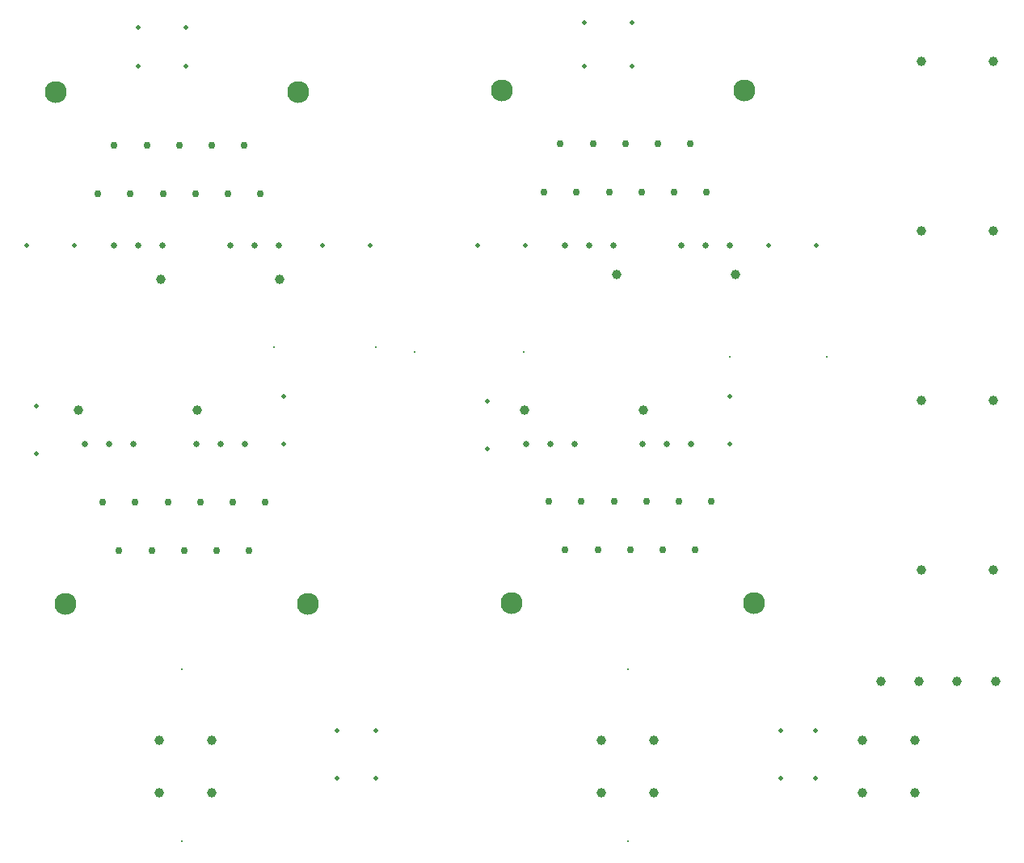
<source format=gbr>
G04 Generated by Ultiboard 13.0 *
%FSLAX34Y34*%
%MOMM*%

%ADD11C,1.0000*%
%ADD12C,0.5000*%
%ADD13C,0.6400*%
%ADD14C,0.1778*%
%ADD15C,0.7620*%
%ADD16C,2.3000*%


G04 ColorRGB 000000 for the following layer *
%LNDrill-Copper Top-Copper Bottom*%
%LPD*%
G54D11*
X1076000Y203200D03*
X1036000Y203200D03*
X996000Y203200D03*
X956000Y203200D03*
X1073785Y320040D03*
X998855Y320040D03*
X1073785Y497840D03*
X998855Y497840D03*
X1073785Y675640D03*
X998855Y675640D03*
X326660Y624840D03*
X201660Y624840D03*
X679180Y629920D03*
X804180Y629920D03*
X1073785Y853440D03*
X998855Y853440D03*
X115300Y487680D03*
X240300Y487680D03*
X707660Y487680D03*
X582660Y487680D03*
X663380Y141800D03*
X718380Y141800D03*
X663380Y86800D03*
X718380Y86800D03*
X199830Y141800D03*
X254830Y141800D03*
X199830Y86800D03*
X254830Y86800D03*
X936430Y86800D03*
X936430Y141800D03*
X991430Y86800D03*
X991430Y141800D03*
G54D12*
X61360Y660400D03*
X111360Y660400D03*
X421240Y660400D03*
X371240Y660400D03*
X533800Y660400D03*
X583800Y660400D03*
X888600Y660400D03*
X838600Y660400D03*
X71120Y442360D03*
X71120Y492360D03*
X330200Y502520D03*
X330200Y452520D03*
X543560Y497440D03*
X543560Y447440D03*
X797560Y452520D03*
X797560Y502520D03*
X228200Y848360D03*
X178200Y848360D03*
X228200Y889000D03*
X178200Y889000D03*
X695560Y894080D03*
X645560Y894080D03*
X695560Y848360D03*
X645560Y848360D03*
X386080Y102000D03*
X386080Y152000D03*
X426720Y102000D03*
X426720Y152000D03*
X850900Y102000D03*
X850900Y152000D03*
X887730Y102000D03*
X887730Y152000D03*
G54D13*
X203200Y660400D03*
X177800Y660400D03*
X152400Y660400D03*
X274320Y660400D03*
X299720Y660400D03*
X325120Y660400D03*
X624840Y660400D03*
X675640Y660400D03*
X650240Y660400D03*
X772160Y660400D03*
X797560Y660400D03*
X746760Y660400D03*
X172720Y452120D03*
X147320Y452120D03*
X121920Y452120D03*
X289560Y452120D03*
X264160Y452120D03*
X238760Y452120D03*
X609600Y452120D03*
X584200Y452120D03*
X635000Y452120D03*
X706120Y452120D03*
X731520Y452120D03*
X756920Y452120D03*
G54D14*
X467360Y548640D03*
X581660Y548640D03*
X426720Y553720D03*
X320040Y553720D03*
X899160Y543560D03*
X797560Y543560D03*
X223520Y35560D03*
X223520Y215900D03*
X690880Y35560D03*
X690880Y215900D03*
G54D15*
X778420Y392430D03*
X744420Y392430D03*
X710420Y392430D03*
X676420Y392430D03*
X642420Y392430D03*
X608420Y392430D03*
X761420Y341630D03*
X727420Y341630D03*
X693420Y341630D03*
X659420Y341630D03*
X625420Y341630D03*
X311060Y391160D03*
X277060Y391160D03*
X243060Y391160D03*
X209060Y391160D03*
X175060Y391160D03*
X141060Y391160D03*
X294060Y340360D03*
X260060Y340360D03*
X226060Y340360D03*
X192060Y340360D03*
X158060Y340360D03*
X135980Y715010D03*
X169980Y715010D03*
X203980Y715010D03*
X237980Y715010D03*
X271980Y715010D03*
X305980Y715010D03*
X152980Y765810D03*
X186980Y765810D03*
X220980Y765810D03*
X254980Y765810D03*
X288980Y765810D03*
X603340Y716280D03*
X637340Y716280D03*
X671340Y716280D03*
X705340Y716280D03*
X739340Y716280D03*
X773340Y716280D03*
X620340Y767080D03*
X654340Y767080D03*
X688340Y767080D03*
X722340Y767080D03*
X756340Y767080D03*
G54D16*
X568960Y285750D03*
X822960Y285750D03*
X101600Y284480D03*
X355600Y284480D03*
X345440Y821690D03*
X91440Y821690D03*
X812800Y822960D03*
X558800Y822960D03*

M02*

</source>
